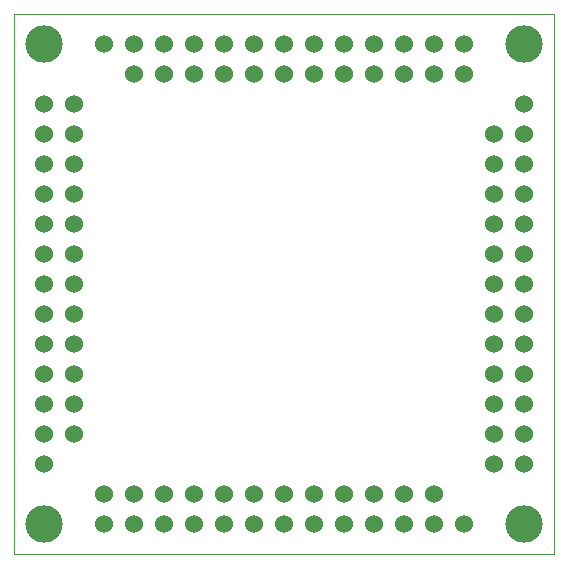
<source format=gbs>
G04 (created by PCBNEW (2013-mar-13)-testing) date Wed 17 Apr 2013 01:49:40 PM EDT*
%MOIN*%
G04 Gerber Fmt 3.4, Leading zero omitted, Abs format*
%FSLAX34Y34*%
G01*
G70*
G90*
G04 APERTURE LIST*
%ADD10C,0.006*%
%ADD11C,0.00393701*%
%ADD12C,0.06*%
%ADD13C,0.125*%
G04 APERTURE END LIST*
G54D10*
G54D11*
X57370Y-57370D02*
X39370Y-57370D01*
X57370Y-39370D02*
X57370Y-57370D01*
X39370Y-39370D02*
X39370Y-57370D01*
X39370Y-39370D02*
X57370Y-39370D01*
G54D12*
X54370Y-40370D03*
X54370Y-41370D03*
X53370Y-40370D03*
X53370Y-41370D03*
X52370Y-40370D03*
X52370Y-41370D03*
X51370Y-40370D03*
X51370Y-41370D03*
X50370Y-40370D03*
X50370Y-41370D03*
X49370Y-40370D03*
X49370Y-41370D03*
X48370Y-40370D03*
X48370Y-41370D03*
X47370Y-40370D03*
X47370Y-41370D03*
X46370Y-40370D03*
X46370Y-41370D03*
X45370Y-40370D03*
X45370Y-41370D03*
X44370Y-40370D03*
X44370Y-41370D03*
X43370Y-40370D03*
X43370Y-41370D03*
X42370Y-40370D03*
X56370Y-54370D03*
X55370Y-54370D03*
X56370Y-53370D03*
X55370Y-53370D03*
X56370Y-52370D03*
X55370Y-52370D03*
X56370Y-51370D03*
X55370Y-51370D03*
X56370Y-50370D03*
X55370Y-50370D03*
X56370Y-49370D03*
X55370Y-49370D03*
X56370Y-48370D03*
X55370Y-48370D03*
X56370Y-47370D03*
X55370Y-47370D03*
X56370Y-46370D03*
X55370Y-46370D03*
X56370Y-45370D03*
X55370Y-45370D03*
X56370Y-44370D03*
X55370Y-44370D03*
X56370Y-43370D03*
X55370Y-43370D03*
X56370Y-42370D03*
X42370Y-56370D03*
X42370Y-55370D03*
X43370Y-56370D03*
X43370Y-55370D03*
X44370Y-56370D03*
X44370Y-55370D03*
X45370Y-56370D03*
X45370Y-55370D03*
X46370Y-56370D03*
X46370Y-55370D03*
X47370Y-56370D03*
X47370Y-55370D03*
X48370Y-56370D03*
X48370Y-55370D03*
X49370Y-56370D03*
X49370Y-55370D03*
X50370Y-56370D03*
X50370Y-55370D03*
X51370Y-56370D03*
X51370Y-55370D03*
X52370Y-56370D03*
X52370Y-55370D03*
X53370Y-56370D03*
X53370Y-55370D03*
X54370Y-56370D03*
X40370Y-42370D03*
X41370Y-42370D03*
X40370Y-43370D03*
X41370Y-43370D03*
X40370Y-44370D03*
X41370Y-44370D03*
X40370Y-45370D03*
X41370Y-45370D03*
X40370Y-46370D03*
X41370Y-46370D03*
X40370Y-47370D03*
X41370Y-47370D03*
X40370Y-48370D03*
X41370Y-48370D03*
X40370Y-49370D03*
X41370Y-49370D03*
X40370Y-50370D03*
X41370Y-50370D03*
X40370Y-51370D03*
X41370Y-51370D03*
X40370Y-52370D03*
X41370Y-52370D03*
X40370Y-53370D03*
X41370Y-53370D03*
X40370Y-54370D03*
G54D13*
X56370Y-56370D03*
X56370Y-40370D03*
X40370Y-40370D03*
X40370Y-56370D03*
M02*

</source>
